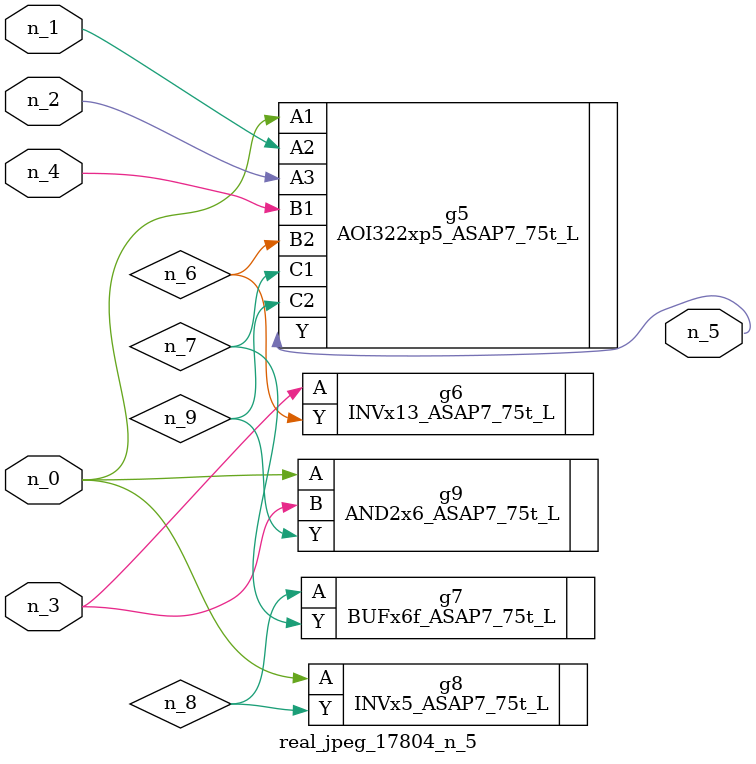
<source format=v>
module real_jpeg_17804_n_5 (n_4, n_0, n_1, n_2, n_3, n_5);

input n_4;
input n_0;
input n_1;
input n_2;
input n_3;

output n_5;

wire n_8;
wire n_6;
wire n_7;
wire n_9;

AOI322xp5_ASAP7_75t_L g5 ( 
.A1(n_0),
.A2(n_1),
.A3(n_2),
.B1(n_4),
.B2(n_6),
.C1(n_7),
.C2(n_9),
.Y(n_5)
);

INVx5_ASAP7_75t_L g8 ( 
.A(n_0),
.Y(n_8)
);

AND2x6_ASAP7_75t_L g9 ( 
.A(n_0),
.B(n_3),
.Y(n_9)
);

INVx13_ASAP7_75t_L g6 ( 
.A(n_3),
.Y(n_6)
);

BUFx6f_ASAP7_75t_L g7 ( 
.A(n_8),
.Y(n_7)
);


endmodule
</source>
